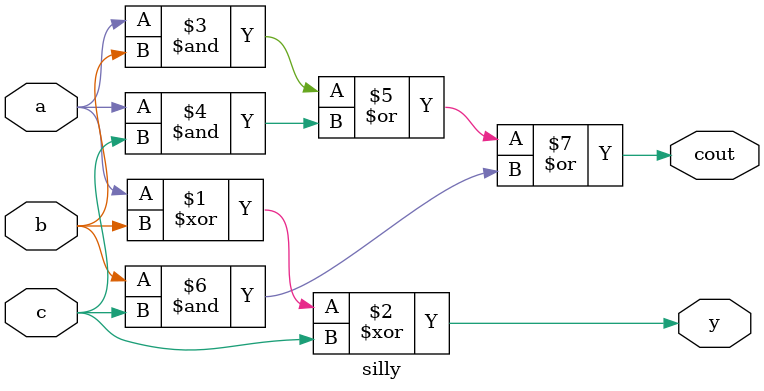
<source format=sv>
`timescale 1ns / 1ps


module top_demo
(
  input  logic [3:0] sw,
  input  logic [3:0] btn,
  output logic [7:0] led
);

  silly dut (sw[0], sw[1], sw[2], led[0], led[1]);

endmodule

module silly (input  logic a, b, c, output logic y, cout);
   
  assign y = a ^ b ^ c;
  assign cout = a & b | a & c | b & c;
   
endmodule

</source>
